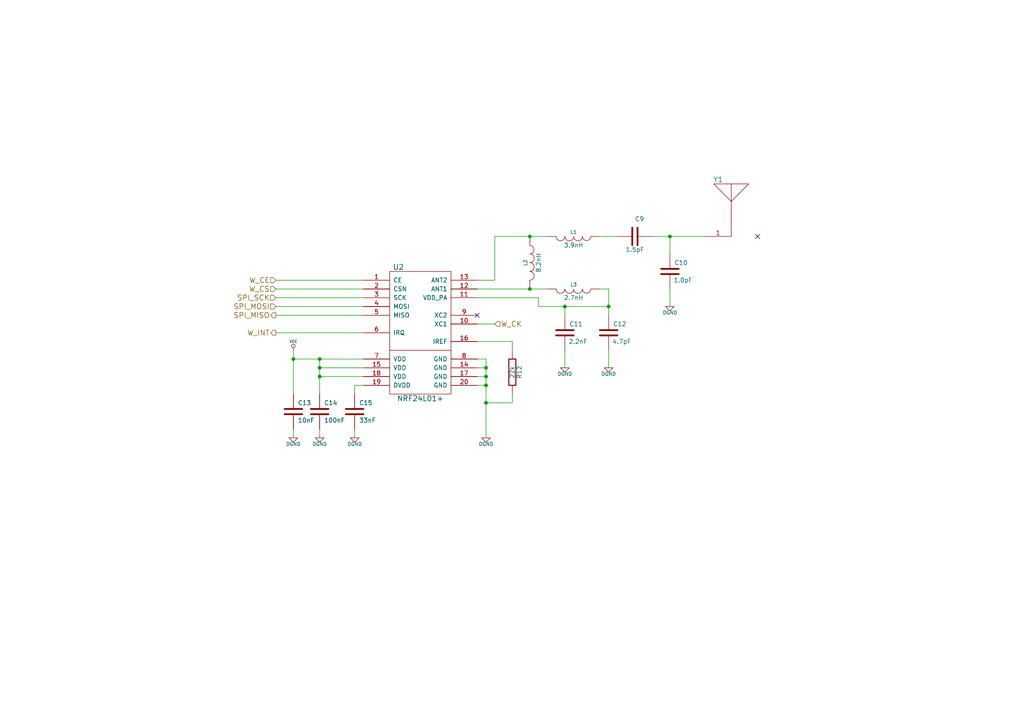
<source format=kicad_sch>
(kicad_sch (version 20211123) (generator eeschema)

  (uuid 7bea05d4-1dec-4cd6-aa53-302dde803254)

  (paper "A4")

  (title_block
    (title "Crazyflie control board")
    (date "3 feb 2013")
    (rev "F")
    (company "Bitcraze AB (CC BY-NC-SA)")
  )

  (lib_symbols
    (symbol "Crazyflie-contol-board-rescue:C" (pin_numbers hide) (pin_names (offset 0.254)) (in_bom yes) (on_board yes)
      (property "Reference" "C" (id 0) (at 1.27 2.54 0)
        (effects (font (size 1.27 1.27)) (justify left))
      )
      (property "Value" "C" (id 1) (at 1.27 -2.54 0)
        (effects (font (size 1.27 1.27)) (justify left))
      )
      (property "Footprint" "" (id 2) (at 0 0 0)
        (effects (font (size 1.27 1.27)) hide)
      )
      (property "Datasheet" "" (id 3) (at 0 0 0)
        (effects (font (size 1.27 1.27)) hide)
      )
      (property "ki_fp_filters" "SM* C? C1-1" (id 4) (at 0 0 0)
        (effects (font (size 1.27 1.27)) hide)
      )
      (symbol "C_0_1"
        (polyline
          (pts
            (xy -2.54 -0.762)
            (xy 2.54 -0.762)
          )
          (stroke (width 0.508) (type default) (color 0 0 0 0))
          (fill (type none))
        )
        (polyline
          (pts
            (xy -2.54 0.762)
            (xy 2.54 0.762)
          )
          (stroke (width 0.508) (type default) (color 0 0 0 0))
          (fill (type none))
        )
      )
      (symbol "C_1_1"
        (pin passive line (at 0 5.08 270) (length 4.318)
          (name "~" (effects (font (size 1.016 1.016))))
          (number "1" (effects (font (size 1.016 1.016))))
        )
        (pin passive line (at 0 -5.08 90) (length 4.318)
          (name "~" (effects (font (size 1.016 1.016))))
          (number "2" (effects (font (size 1.016 1.016))))
        )
      )
    )
    (symbol "Crazyflie-contol-board-rescue:CHIP_ANTENNA" (pin_names (offset 1.016)) (in_bom yes) (on_board yes)
      (property "Reference" "Y" (id 0) (at -3.81 19.05 0)
        (effects (font (size 1.524 1.524)))
      )
      (property "Value" "CHIP_ANTENNA" (id 1) (at 0 0 0)
        (effects (font (size 1.524 1.524)))
      )
      (property "Footprint" "" (id 2) (at 0 0 0)
        (effects (font (size 1.27 1.27)) hide)
      )
      (property "Datasheet" "" (id 3) (at 0 0 0)
        (effects (font (size 1.27 1.27)) hide)
      )
      (symbol "CHIP_ANTENNA_0_1"
        (polyline
          (pts
            (xy 0 2.54)
            (xy 0 12.7)
            (xy -5.08 17.78)
            (xy 5.08 17.78)
            (xy 0 12.7)
            (xy 0 17.78)
            (xy 0 17.78)
          )
          (stroke (width 0) (type default) (color 0 0 0 0))
          (fill (type none))
        )
      )
      (symbol "CHIP_ANTENNA_1_1"
        (pin bidirectional line (at -7.62 2.54 0) (length 7.62)
          (name "~" (effects (font (size 1.27 1.27))))
          (number "1" (effects (font (size 1.27 1.27))))
        )
        (pin input line (at 7.62 2.54 180) (length 7.62) hide
          (name "~" (effects (font (size 1.27 1.27))))
          (number "2" (effects (font (size 1.27 1.27))))
        )
      )
    )
    (symbol "Crazyflie-contol-board-rescue:DGND" (power) (pin_names (offset 1.016)) (in_bom yes) (on_board yes)
      (property "Reference" "#PWR" (id 0) (at 0 0 0)
        (effects (font (size 1.016 1.016)) hide)
      )
      (property "Value" "DGND" (id 1) (at 0 -1.778 0)
        (effects (font (size 1.016 1.016)))
      )
      (property "Footprint" "" (id 2) (at 0 0 0)
        (effects (font (size 1.27 1.27)) hide)
      )
      (property "Datasheet" "" (id 3) (at 0 0 0)
        (effects (font (size 1.27 1.27)) hide)
      )
      (symbol "DGND_0_1"
        (polyline
          (pts
            (xy -1.27 0)
            (xy 0 -1.27)
            (xy 1.27 0)
            (xy -1.27 0)
          )
          (stroke (width 0) (type default) (color 0 0 0 0))
          (fill (type none))
        )
      )
      (symbol "DGND_1_1"
        (pin power_in line (at 0 0 90) (length 0) hide
          (name "DGND" (effects (font (size 1.016 1.016))))
          (number "1" (effects (font (size 1.016 1.016))))
        )
      )
    )
    (symbol "Crazyflie-contol-board-rescue:INDUCTOR" (pin_numbers hide) (pin_names (offset 1.016) hide) (in_bom yes) (on_board yes)
      (property "Reference" "L" (id 0) (at -1.27 0 90)
        (effects (font (size 1.016 1.016)))
      )
      (property "Value" "INDUCTOR" (id 1) (at 2.54 0 90)
        (effects (font (size 1.016 1.016)))
      )
      (property "Footprint" "" (id 2) (at 0 0 0)
        (effects (font (size 1.27 1.27)) hide)
      )
      (property "Datasheet" "" (id 3) (at 0 0 0)
        (effects (font (size 1.27 1.27)) hide)
      )
      (symbol "INDUCTOR_0_1"
        (arc (start 0.0254 -5.0546) (mid 1.2449 -3.8097) (end 0.0254 -2.54)
          (stroke (width 0) (type default) (color 0 0 0 0))
          (fill (type none))
        )
        (arc (start 0.0254 -2.5146) (mid 1.2703 -1.2444) (end 0.0254 0.0508)
          (stroke (width 0) (type default) (color 0 0 0 0))
          (fill (type none))
        )
        (arc (start 0.0254 0.0254) (mid 1.2703 1.2956) (end 0.0254 2.5908)
          (stroke (width 0) (type default) (color 0 0 0 0))
          (fill (type none))
        )
        (arc (start 0.0254 2.5654) (mid 1.1941 3.7595) (end 0.0254 4.9784)
          (stroke (width 0) (type default) (color 0 0 0 0))
          (fill (type none))
        )
      )
      (symbol "INDUCTOR_1_1"
        (pin passive line (at 0 7.62 270) (length 2.54)
          (name "1" (effects (font (size 1.778 1.778))))
          (number "1" (effects (font (size 1.778 1.778))))
        )
        (pin passive line (at 0 -7.62 90) (length 2.54)
          (name "2" (effects (font (size 1.778 1.778))))
          (number "2" (effects (font (size 1.778 1.778))))
        )
      )
    )
    (symbol "Crazyflie-contol-board-rescue:NRF24L01+" (pin_names (offset 1.016)) (in_bom yes) (on_board yes)
      (property "Reference" "U" (id 0) (at -6.35 20.32 0)
        (effects (font (size 1.524 1.524)))
      )
      (property "Value" "NRF24L01+" (id 1) (at -1.27 -17.78 0)
        (effects (font (size 1.524 1.524)))
      )
      (property "Footprint" "" (id 2) (at 0 0 0)
        (effects (font (size 1.27 1.27)) hide)
      )
      (property "Datasheet" "" (id 3) (at 0 0 0)
        (effects (font (size 1.27 1.27)) hide)
      )
      (symbol "NRF24L01+_0_1"
        (rectangle (start -8.89 19.05) (end 8.89 -16.51)
          (stroke (width 0) (type default) (color 0 0 0 0))
          (fill (type none))
        )
        (polyline
          (pts
            (xy -8.89 -3.81)
            (xy 8.89 -3.81)
            (xy 8.89 -3.81)
          )
          (stroke (width 0) (type default) (color 0 0 0 0))
          (fill (type none))
        )
      )
      (symbol "NRF24L01+_1_1"
        (pin input line (at -16.51 16.51 0) (length 7.62)
          (name "CE" (effects (font (size 1.27 1.27))))
          (number "1" (effects (font (size 1.27 1.27))))
        )
        (pin input line (at 16.51 3.81 180) (length 7.62)
          (name "XC1" (effects (font (size 1.27 1.27))))
          (number "10" (effects (font (size 1.27 1.27))))
        )
        (pin output line (at 16.51 11.43 180) (length 7.62)
          (name "VDD_PA" (effects (font (size 1.27 1.27))))
          (number "11" (effects (font (size 1.27 1.27))))
        )
        (pin bidirectional line (at 16.51 13.97 180) (length 7.62)
          (name "ANT1" (effects (font (size 1.27 1.27))))
          (number "12" (effects (font (size 1.27 1.27))))
        )
        (pin bidirectional line (at 16.51 16.51 180) (length 7.62)
          (name "ANT2" (effects (font (size 1.27 1.27))))
          (number "13" (effects (font (size 1.27 1.27))))
        )
        (pin power_in line (at 16.51 -8.89 180) (length 7.62)
          (name "GND" (effects (font (size 1.27 1.27))))
          (number "14" (effects (font (size 1.27 1.27))))
        )
        (pin power_in line (at -16.51 -8.89 0) (length 7.62)
          (name "VDD" (effects (font (size 1.27 1.27))))
          (number "15" (effects (font (size 1.27 1.27))))
        )
        (pin output line (at 16.51 -1.27 180) (length 7.62)
          (name "IREF" (effects (font (size 1.27 1.27))))
          (number "16" (effects (font (size 1.27 1.27))))
        )
        (pin power_in line (at 16.51 -11.43 180) (length 7.62)
          (name "GND" (effects (font (size 1.27 1.27))))
          (number "17" (effects (font (size 1.27 1.27))))
        )
        (pin power_in line (at -16.51 -11.43 0) (length 7.62)
          (name "VDD" (effects (font (size 1.27 1.27))))
          (number "18" (effects (font (size 1.27 1.27))))
        )
        (pin passive line (at -16.51 -13.97 0) (length 7.62)
          (name "DVDD" (effects (font (size 1.27 1.27))))
          (number "19" (effects (font (size 1.27 1.27))))
        )
        (pin input line (at -16.51 13.97 0) (length 7.62)
          (name "CSN" (effects (font (size 1.27 1.27))))
          (number "2" (effects (font (size 1.27 1.27))))
        )
        (pin power_in line (at 16.51 -13.97 180) (length 7.62)
          (name "GND" (effects (font (size 1.27 1.27))))
          (number "20" (effects (font (size 1.27 1.27))))
        )
        (pin input line (at -16.51 11.43 0) (length 7.62)
          (name "SCK" (effects (font (size 1.27 1.27))))
          (number "3" (effects (font (size 1.27 1.27))))
        )
        (pin input line (at -16.51 8.89 0) (length 7.62)
          (name "MOSI" (effects (font (size 1.27 1.27))))
          (number "4" (effects (font (size 1.27 1.27))))
        )
        (pin output line (at -16.51 6.35 0) (length 7.62)
          (name "MISO" (effects (font (size 1.27 1.27))))
          (number "5" (effects (font (size 1.27 1.27))))
        )
        (pin output line (at -16.51 1.27 0) (length 7.62)
          (name "IRQ" (effects (font (size 1.27 1.27))))
          (number "6" (effects (font (size 1.27 1.27))))
        )
        (pin power_in line (at -16.51 -6.35 0) (length 7.62)
          (name "VDD" (effects (font (size 1.27 1.27))))
          (number "7" (effects (font (size 1.27 1.27))))
        )
        (pin power_in line (at 16.51 -6.35 180) (length 7.62)
          (name "GND" (effects (font (size 1.27 1.27))))
          (number "8" (effects (font (size 1.27 1.27))))
        )
        (pin input line (at 16.51 6.35 180) (length 7.62)
          (name "XC2" (effects (font (size 1.27 1.27))))
          (number "9" (effects (font (size 1.27 1.27))))
        )
      )
    )
    (symbol "Crazyflie-contol-board-rescue:R" (pin_numbers hide) (pin_names (offset 0)) (in_bom yes) (on_board yes)
      (property "Reference" "R" (id 0) (at 2.032 0 90)
        (effects (font (size 1.27 1.27)))
      )
      (property "Value" "R" (id 1) (at 0 0 90)
        (effects (font (size 1.27 1.27)))
      )
      (property "Footprint" "" (id 2) (at 0 0 0)
        (effects (font (size 1.27 1.27)) hide)
      )
      (property "Datasheet" "" (id 3) (at 0 0 0)
        (effects (font (size 1.27 1.27)) hide)
      )
      (property "ki_fp_filters" "R? SM0603 SM0805 R?-* SM1206" (id 4) (at 0 0 0)
        (effects (font (size 1.27 1.27)) hide)
      )
      (symbol "R_0_1"
        (rectangle (start -1.016 3.81) (end 1.016 -3.81)
          (stroke (width 0.3048) (type default) (color 0 0 0 0))
          (fill (type none))
        )
      )
      (symbol "R_1_1"
        (pin passive line (at 0 6.35 270) (length 2.54)
          (name "~" (effects (font (size 1.524 1.524))))
          (number "1" (effects (font (size 1.524 1.524))))
        )
        (pin passive line (at 0 -6.35 90) (length 2.54)
          (name "~" (effects (font (size 1.524 1.524))))
          (number "2" (effects (font (size 1.524 1.524))))
        )
      )
    )
    (symbol "Crazyflie-contol-board-rescue:VCC" (power) (pin_names (offset 0)) (in_bom yes) (on_board yes)
      (property "Reference" "#PWR" (id 0) (at 0 2.54 0)
        (effects (font (size 0.762 0.762)) hide)
      )
      (property "Value" "VCC" (id 1) (at 0 2.54 0)
        (effects (font (size 0.762 0.762)))
      )
      (property "Footprint" "" (id 2) (at 0 0 0)
        (effects (font (size 1.27 1.27)) hide)
      )
      (property "Datasheet" "" (id 3) (at 0 0 0)
        (effects (font (size 1.27 1.27)) hide)
      )
      (symbol "VCC_0_0"
        (pin power_in line (at 0 0 90) (length 0) hide
          (name "VCC" (effects (font (size 0.508 0.508))))
          (number "1" (effects (font (size 0.508 0.508))))
        )
      )
      (symbol "VCC_0_1"
        (polyline
          (pts
            (xy 0 0)
            (xy 0 0.762)
            (xy 0 0.762)
          )
          (stroke (width 0) (type default) (color 0 0 0 0))
          (fill (type none))
        )
        (circle (center 0 1.27) (radius 0.508)
          (stroke (width 0) (type default) (color 0 0 0 0))
          (fill (type none))
        )
      )
    )
  )

  (junction (at 194.31 68.58) (diameter 0) (color 0 0 0 0)
    (uuid 12fa3c3f-3d14-451a-a6a8-884fd1b32fa7)
  )
  (junction (at 140.97 116.84) (diameter 0) (color 0 0 0 0)
    (uuid 1317ff66-8ecf-46c9-9612-8d2eae03c537)
  )
  (junction (at 92.71 109.22) (diameter 0) (color 0 0 0 0)
    (uuid 29cbb0bc-f66b-4d11-80e7-5bb270e42496)
  )
  (junction (at 176.53 88.9) (diameter 0) (color 0 0 0 0)
    (uuid 3993c707-5291-41b6-83c0-d1c09cb3833a)
  )
  (junction (at 163.83 88.9) (diameter 0) (color 0 0 0 0)
    (uuid 3c22d605-7855-4cc6-8ad2-906cadbd02dc)
  )
  (junction (at 140.97 109.22) (diameter 0) (color 0 0 0 0)
    (uuid 63caf46e-0228-40de-b819-c6bd29dd1711)
  )
  (junction (at 92.71 104.14) (diameter 0) (color 0 0 0 0)
    (uuid 6a0919c2-460c-4229-b872-14e318e1ba8b)
  )
  (junction (at 153.67 68.58) (diameter 0) (color 0 0 0 0)
    (uuid 851f3d61-ba3b-4e6e-abd4-cafa4d9b64cb)
  )
  (junction (at 153.67 83.82) (diameter 0) (color 0 0 0 0)
    (uuid 9a8ad8bb-d9a9-4b2b-bc88-ea6fd2676d45)
  )
  (junction (at 140.97 111.76) (diameter 0) (color 0 0 0 0)
    (uuid a5362821-c161-4c7a-a00c-40e1d7472d56)
  )
  (junction (at 85.09 104.14) (diameter 0) (color 0 0 0 0)
    (uuid d18f2428-546f-4066-8ffb-7653303685db)
  )
  (junction (at 140.97 106.68) (diameter 0) (color 0 0 0 0)
    (uuid d8200a86-aa75-47a3-ad2a-7f4c9c999a6f)
  )
  (junction (at 92.71 106.68) (diameter 0) (color 0 0 0 0)
    (uuid e50c80c5-80c4-46a3-8c1e-c9c3a71a0934)
  )

  (no_connect (at 138.43 91.44) (uuid 0554bea0-89b2-4e25-9ea3-4c73921c94cb))
  (no_connect (at 219.71 68.58) (uuid 8d063f79-9282-4820-bcf4-1ff3c006cf08))

  (wire (pts (xy 105.41 111.76) (xy 102.87 111.76))
    (stroke (width 0) (type default) (color 0 0 0 0))
    (uuid 0ba17a9b-d889-426c-b4fe-048bed6b6be8)
  )
  (wire (pts (xy 105.41 83.82) (xy 80.01 83.82))
    (stroke (width 0) (type default) (color 0 0 0 0))
    (uuid 1755646e-fc08-4e43-a301-d9b3ea704cf6)
  )
  (wire (pts (xy 176.53 91.44) (xy 176.53 88.9))
    (stroke (width 0) (type default) (color 0 0 0 0))
    (uuid 17ff35b3-d658-499b-9a46-ea36063fed4e)
  )
  (wire (pts (xy 153.67 68.58) (xy 143.51 68.58))
    (stroke (width 0) (type default) (color 0 0 0 0))
    (uuid 1a22eb2d-f625-4371-a918-ff1b97dc8219)
  )
  (wire (pts (xy 138.43 111.76) (xy 140.97 111.76))
    (stroke (width 0) (type default) (color 0 0 0 0))
    (uuid 1cc5480b-56b7-4379-98e2-ccafc88911a7)
  )
  (wire (pts (xy 143.51 68.58) (xy 143.51 81.28))
    (stroke (width 0) (type default) (color 0 0 0 0))
    (uuid 22962957-1efd-404d-83db-5b233b6c15b0)
  )
  (wire (pts (xy 140.97 116.84) (xy 140.97 111.76))
    (stroke (width 0) (type default) (color 0 0 0 0))
    (uuid 25c663ff-96b6-4263-a06e-d1829409cf73)
  )
  (wire (pts (xy 105.41 96.52) (xy 80.01 96.52))
    (stroke (width 0) (type default) (color 0 0 0 0))
    (uuid 26bc8641-9bca-4204-9709-deedbe202a36)
  )
  (wire (pts (xy 163.83 91.44) (xy 163.83 88.9))
    (stroke (width 0) (type default) (color 0 0 0 0))
    (uuid 275b6416-db29-42cc-9307-bf426917c3b4)
  )
  (wire (pts (xy 163.83 88.9) (xy 176.53 88.9))
    (stroke (width 0) (type default) (color 0 0 0 0))
    (uuid 291935ec-f8ff-41f0-8717-e68b8af7b8c1)
  )
  (wire (pts (xy 176.53 88.9) (xy 176.53 83.82))
    (stroke (width 0) (type default) (color 0 0 0 0))
    (uuid 34ce7009-187e-4541-a14e-708b3a2903d9)
  )
  (wire (pts (xy 148.59 99.06) (xy 148.59 101.6))
    (stroke (width 0) (type default) (color 0 0 0 0))
    (uuid 355ced6c-c08a-4586-9a09-7a9c624536f6)
  )
  (wire (pts (xy 92.71 109.22) (xy 92.71 106.68))
    (stroke (width 0) (type default) (color 0 0 0 0))
    (uuid 35fb7c56-dc85-43f7-b954-81b8040a8500)
  )
  (wire (pts (xy 92.71 114.3) (xy 92.71 109.22))
    (stroke (width 0) (type default) (color 0 0 0 0))
    (uuid 3ed2c840-383d-4cbd-bc3b-c4ea4c97b333)
  )
  (wire (pts (xy 138.43 93.98) (xy 143.51 93.98))
    (stroke (width 0) (type default) (color 0 0 0 0))
    (uuid 4086cbd7-6ba7-4e63-8da9-17e60627ee17)
  )
  (wire (pts (xy 85.09 124.46) (xy 85.09 127))
    (stroke (width 0) (type default) (color 0 0 0 0))
    (uuid 465137b4-f6f7-4d51-9b40-b161947d5cc1)
  )
  (wire (pts (xy 92.71 104.14) (xy 85.09 104.14))
    (stroke (width 0) (type default) (color 0 0 0 0))
    (uuid 4e677390-a246-4ca0-954c-746e0870f88f)
  )
  (wire (pts (xy 140.97 109.22) (xy 140.97 106.68))
    (stroke (width 0) (type default) (color 0 0 0 0))
    (uuid 637e9edf-ffed-49a2-8408-fa110c9a4c79)
  )
  (wire (pts (xy 105.41 81.28) (xy 80.01 81.28))
    (stroke (width 0) (type default) (color 0 0 0 0))
    (uuid 653a86ba-a1ae-4175-9d4c-c788087956d0)
  )
  (wire (pts (xy 153.67 83.82) (xy 158.75 83.82))
    (stroke (width 0) (type default) (color 0 0 0 0))
    (uuid 6ff9bb63-d6fd-4e32-bb60-7ac65509c2e9)
  )
  (wire (pts (xy 105.41 106.68) (xy 92.71 106.68))
    (stroke (width 0) (type default) (color 0 0 0 0))
    (uuid 7233cb6b-d8fd-4fcd-9b4f-8b0ed19b1b12)
  )
  (wire (pts (xy 140.97 106.68) (xy 140.97 104.14))
    (stroke (width 0) (type default) (color 0 0 0 0))
    (uuid 73ee7e03-97a8-4121-b568-c25f3934a935)
  )
  (wire (pts (xy 102.87 111.76) (xy 102.87 114.3))
    (stroke (width 0) (type default) (color 0 0 0 0))
    (uuid 761c8e29-382a-475c-a37a-7201cc9cd0f5)
  )
  (wire (pts (xy 176.53 101.6) (xy 176.53 106.68))
    (stroke (width 0) (type default) (color 0 0 0 0))
    (uuid 78b44915-d68e-4488-a873-34767153ef98)
  )
  (wire (pts (xy 143.51 81.28) (xy 138.43 81.28))
    (stroke (width 0) (type default) (color 0 0 0 0))
    (uuid 88606262-3ac5-44a1-aacc-18b26cf4d396)
  )
  (wire (pts (xy 156.21 88.9) (xy 163.83 88.9))
    (stroke (width 0) (type default) (color 0 0 0 0))
    (uuid 89a3dae6-dcb5-435b-a383-656b6a19a316)
  )
  (wire (pts (xy 92.71 124.46) (xy 92.71 127))
    (stroke (width 0) (type default) (color 0 0 0 0))
    (uuid 8aff0f38-92a8-45ec-b106-b185e93ca3fd)
  )
  (wire (pts (xy 179.07 68.58) (xy 173.99 68.58))
    (stroke (width 0) (type default) (color 0 0 0 0))
    (uuid 8eb98c56-17e4-4de6-a3e3-06dcfa392040)
  )
  (wire (pts (xy 105.41 91.44) (xy 80.01 91.44))
    (stroke (width 0) (type default) (color 0 0 0 0))
    (uuid 91fc5800-6029-46b1-848d-ca0091f97267)
  )
  (wire (pts (xy 140.97 127) (xy 140.97 116.84))
    (stroke (width 0) (type default) (color 0 0 0 0))
    (uuid 94a10cae-6ef2-4b64-9d98-fb22aa3306cc)
  )
  (wire (pts (xy 140.97 109.22) (xy 138.43 109.22))
    (stroke (width 0) (type default) (color 0 0 0 0))
    (uuid a7fc0812-140f-4d96-9cd8-ead8c1c610b1)
  )
  (wire (pts (xy 156.21 86.36) (xy 156.21 88.9))
    (stroke (width 0) (type default) (color 0 0 0 0))
    (uuid a917c6d9-225d-4c90-bf25-fe8eff8abd3f)
  )
  (wire (pts (xy 92.71 106.68) (xy 92.71 104.14))
    (stroke (width 0) (type default) (color 0 0 0 0))
    (uuid b456cffc-d9d7-4c91-91f2-36ec9a65dd1b)
  )
  (wire (pts (xy 176.53 83.82) (xy 173.99 83.82))
    (stroke (width 0) (type default) (color 0 0 0 0))
    (uuid b54cae5b-c17c-4ed7-b249-2e7d5e83609a)
  )
  (wire (pts (xy 105.41 86.36) (xy 80.01 86.36))
    (stroke (width 0) (type default) (color 0 0 0 0))
    (uuid bb8162f0-99c8-4884-be5b-c0d0c7e81ff6)
  )
  (wire (pts (xy 163.83 101.6) (xy 163.83 106.68))
    (stroke (width 0) (type default) (color 0 0 0 0))
    (uuid bd085057-7c0e-463a-982b-968a2dc1f0f8)
  )
  (wire (pts (xy 138.43 106.68) (xy 140.97 106.68))
    (stroke (width 0) (type default) (color 0 0 0 0))
    (uuid c2dd13db-24b6-40f1-b75b-b9ab893d92ea)
  )
  (wire (pts (xy 138.43 99.06) (xy 148.59 99.06))
    (stroke (width 0) (type default) (color 0 0 0 0))
    (uuid c401e9c6-1deb-4979-99be-7c801c952098)
  )
  (wire (pts (xy 194.31 88.9) (xy 194.31 83.82))
    (stroke (width 0) (type default) (color 0 0 0 0))
    (uuid c66a19ed-90c0-4502-ae75-6a4c4ab9f297)
  )
  (wire (pts (xy 158.75 68.58) (xy 153.67 68.58))
    (stroke (width 0) (type default) (color 0 0 0 0))
    (uuid ca6e2466-a90a-4dab-be16-b070610e5087)
  )
  (wire (pts (xy 138.43 83.82) (xy 153.67 83.82))
    (stroke (width 0) (type default) (color 0 0 0 0))
    (uuid cd1cff81-9d8a-4511-96d6-4ddb79484001)
  )
  (wire (pts (xy 138.43 86.36) (xy 156.21 86.36))
    (stroke (width 0) (type default) (color 0 0 0 0))
    (uuid d13b0eae-4711-4325-a6bb-aa8e3646e86e)
  )
  (wire (pts (xy 105.41 109.22) (xy 92.71 109.22))
    (stroke (width 0) (type default) (color 0 0 0 0))
    (uuid d1c19c11-0a13-4237-b6b4-fb2ef1db7c6d)
  )
  (wire (pts (xy 102.87 127) (xy 102.87 124.46))
    (stroke (width 0) (type default) (color 0 0 0 0))
    (uuid d1cd5391-31d2-459f-8adb-4ae3f304a833)
  )
  (wire (pts (xy 194.31 68.58) (xy 189.23 68.58))
    (stroke (width 0) (type default) (color 0 0 0 0))
    (uuid d767f2ff-12ec-4778-96cb-3fdd7a473d60)
  )
  (wire (pts (xy 85.09 114.3) (xy 85.09 104.14))
    (stroke (width 0) (type default) (color 0 0 0 0))
    (uuid d95c6650-fcd9-4184-97fe-fde43ea5c0cd)
  )
  (wire (pts (xy 105.41 104.14) (xy 92.71 104.14))
    (stroke (width 0) (type default) (color 0 0 0 0))
    (uuid df83f395-2d18-47e2-a370-952ca41c2b3a)
  )
  (wire (pts (xy 140.97 111.76) (xy 140.97 109.22))
    (stroke (width 0) (type default) (color 0 0 0 0))
    (uuid dfcef016-1bf5-4158-8a79-72d38a522877)
  )
  (wire (pts (xy 194.31 73.66) (xy 194.31 68.58))
    (stroke (width 0) (type default) (color 0 0 0 0))
    (uuid e76ec524-408a-4daa-89f6-0edfdbcfb621)
  )
  (wire (pts (xy 140.97 116.84) (xy 148.59 116.84))
    (stroke (width 0) (type default) (color 0 0 0 0))
    (uuid ef4533db-6ea4-4b68-b436-8e9575be570d)
  )
  (wire (pts (xy 140.97 104.14) (xy 138.43 104.14))
    (stroke (width 0) (type default) (color 0 0 0 0))
    (uuid f33ec0db-ef0f-4576-8054-2833161a8f30)
  )
  (wire (pts (xy 204.47 68.58) (xy 194.31 68.58))
    (stroke (width 0) (type default) (color 0 0 0 0))
    (uuid f4a1ab68-998b-43e3-aa33-40b58210bc99)
  )
  (wire (pts (xy 148.59 116.84) (xy 148.59 114.3))
    (stroke (width 0) (type default) (color 0 0 0 0))
    (uuid f5dba25f-5f9b-4770-84f9-c038fb119360)
  )
  (wire (pts (xy 85.09 104.14) (xy 85.09 101.6))
    (stroke (width 0) (type default) (color 0 0 0 0))
    (uuid f674b8e7-203d-419e-988a-58e0f9ae4fad)
  )
  (wire (pts (xy 105.41 88.9) (xy 80.01 88.9))
    (stroke (width 0) (type default) (color 0 0 0 0))
    (uuid fd5f7d77-0f73-4021-88a8-0641f0fe8d98)
  )

  (hierarchical_label "W_INT" (shape output) (at 80.01 96.52 180)
    (effects (font (size 1.524 1.524)) (justify right))
    (uuid 4cfd9a02-97ef-4af4-a6b8-db9be1a8fda5)
  )
  (hierarchical_label "W_CE" (shape input) (at 80.01 81.28 180)
    (effects (font (size 1.524 1.524)) (justify right))
    (uuid 749d9ed0-2ff2-4b55-abc5-f7231ec3aa28)
  )
  (hierarchical_label "W_CK" (shape input) (at 143.51 93.98 0)
    (effects (font (size 1.524 1.524)) (justify left))
    (uuid 751d823e-1d7b-4501-9658-d06d459b0e16)
  )
  (hierarchical_label "SPI_SCK" (shape input) (at 80.01 86.36 180)
    (effects (font (size 1.524 1.524)) (justify right))
    (uuid 8a8c373f-9bc3-4cf7-8f41-4802da916698)
  )
  (hierarchical_label "SPI_MOSI" (shape input) (at 80.01 88.9 180)
    (effects (font (size 1.524 1.524)) (justify right))
    (uuid 92761c09-a591-4c8e-af4d-e0e2262cb01d)
  )
  (hierarchical_label "SPI_MISO" (shape output) (at 80.01 91.44 180)
    (effects (font (size 1.524 1.524)) (justify right))
    (uuid aadc3df5-0e2d-4f3d-b72e-6f184da74c89)
  )
  (hierarchical_label "W_CS" (shape input) (at 80.01 83.82 180)
    (effects (font (size 1.524 1.524)) (justify right))
    (uuid fc2e9f96-3bed-4896-b995-f56e799f1c77)
  )

  (symbol (lib_id "Crazyflie-contol-board-rescue:NRF24L01+") (at 121.92 97.79 0) (unit 1)
    (in_bom yes) (on_board yes)
    (uuid 00000000-0000-0000-0000-00004defb910)
    (property "Reference" "U2" (id 0) (at 115.57 77.47 0)
      (effects (font (size 1.524 1.524)))
    )
    (property "Value" "NRF24L01+" (id 1) (at 121.92 115.57 0)
      (effects (font (size 1.524 1.524)))
    )
    (property "Footprint" "QFN20-4x4mm" (id 2) (at 121.92 97.79 0)
      (effects (font (size 1.524 1.524)) hide)
    )
    (property "Datasheet" "" (id 3) (at 121.92 97.79 0)
      (effects (font (size 1.27 1.27)) hide)
    )
    (property "Field4" "Nordic Semi" (id 4) (at 121.92 97.79 0)
      (effects (font (size 1.524 1.524)) hide)
    )
    (property "Field5" "nRF24L01P" (id 5) (at 121.92 97.79 0)
      (effects (font (size 1.524 1.524)) hide)
    )
    (pin "1" (uuid f23aaf25-de61-4f0e-9770-0b4e07746fe6))
    (pin "10" (uuid 75ada5c7-eed3-466b-a900-bb7cf3da6f9e))
    (pin "11" (uuid bcad968c-ae8b-4b0c-9fcd-d2e0cc6f448c))
    (pin "12" (uuid 56a200fd-1c90-48ad-bf2a-e7048d300d28))
    (pin "13" (uuid c15af059-8b9d-458f-a49d-de88857a3451))
    (pin "14" (uuid 21fc70bf-38cb-4f64-80c8-52f8fb5c596f))
    (pin "15" (uuid c4e5f4b1-3784-4173-92ec-f445bea03d2c))
    (pin "16" (uuid f4c67df3-763c-4141-be1b-5de814d62315))
    (pin "17" (uuid ccc51975-f79d-42b1-9218-b1bb4e005f58))
    (pin "18" (uuid 38d2e88e-817b-499b-a8dc-6ffe82e53baa))
    (pin "19" (uuid d12fa963-6d6a-4144-97fd-b5e112c10b91))
    (pin "2" (uuid 6050ade4-d8f2-4a7b-93e2-d062e93e9edb))
    (pin "20" (uuid 6ac440ba-4881-4f79-8968-a3e9f9fd1b3e))
    (pin "3" (uuid 22df74e7-4d34-42bf-850f-da14c7fd1281))
    (pin "4" (uuid 83128908-7808-4723-b26c-8992131a5841))
    (pin "5" (uuid e7d76002-13e3-46e0-a8a6-c532d4210de7))
    (pin "6" (uuid 284b4b05-f802-48af-884a-d2ca721ae34d))
    (pin "7" (uuid 5e32da30-1a3e-4135-adaf-bbf389b0c3fc))
    (pin "8" (uuid a58c2dc5-d0b2-4b7a-84f6-0ad19b70b65a))
    (pin "9" (uuid b29e116d-0c94-4f3d-a318-db4c1054931b))
  )

  (symbol (lib_id "Crazyflie-contol-board-rescue:R") (at 148.59 107.95 0) (unit 1)
    (in_bom yes) (on_board yes)
    (uuid 00000000-0000-0000-0000-00004defb926)
    (property "Reference" "R12" (id 0) (at 150.622 107.95 90))
    (property "Value" "22k" (id 1) (at 148.59 107.95 90))
    (property "Footprint" "SM0603" (id 2) (at 148.59 107.95 0)
      (effects (font (size 1.524 1.524)) hide)
    )
    (property "Datasheet" "" (id 3) (at 148.59 107.95 0)
      (effects (font (size 1.27 1.27)) hide)
    )
    (property "Field4" "General" (id 4) (at 148.59 107.95 90)
      (effects (font (size 1.524 1.524)) hide)
    )
    (property "Field5" "+/-1%, 0.125W, 25V" (id 5) (at 148.59 107.95 90)
      (effects (font (size 1.524 1.524)) hide)
    )
    (pin "1" (uuid bb30a1ab-4552-453e-850d-50bc465e6071))
    (pin "2" (uuid 721eced1-7601-448b-b032-57ae840a5bc6))
  )

  (symbol (lib_id "Crazyflie-contol-board-rescue:DGND") (at 140.97 127 0) (unit 1)
    (in_bom yes) (on_board yes)
    (uuid 00000000-0000-0000-0000-00004defba07)
    (property "Reference" "#PWR050" (id 0) (at 140.97 127 0)
      (effects (font (size 1.016 1.016)) hide)
    )
    (property "Value" "DGND" (id 1) (at 140.97 127 0)
      (effects (font (size 1.524 1.524)) hide)
    )
    (property "Footprint" "" (id 2) (at 140.97 127 0)
      (effects (font (size 1.27 1.27)) hide)
    )
    (property "Datasheet" "" (id 3) (at 140.97 127 0)
      (effects (font (size 1.27 1.27)) hide)
    )
    (property "Value" "DGND" (id 4) (at 140.97 128.778 0)
      (effects (font (size 1.016 1.016)))
    )
    (pin "1" (uuid 50e6b88c-1bd3-4928-86fd-758de4de04a3))
  )

  (symbol (lib_id "Crazyflie-contol-board-rescue:DGND") (at 102.87 127 0) (unit 1)
    (in_bom yes) (on_board yes)
    (uuid 00000000-0000-0000-0000-00004defba0d)
    (property "Reference" "#PWR049" (id 0) (at 102.87 127 0)
      (effects (font (size 1.016 1.016)) hide)
    )
    (property "Value" "DGND" (id 1) (at 102.87 127 0)
      (effects (font (size 1.524 1.524)) hide)
    )
    (property "Footprint" "" (id 2) (at 102.87 127 0)
      (effects (font (size 1.27 1.27)) hide)
    )
    (property "Datasheet" "" (id 3) (at 102.87 127 0)
      (effects (font (size 1.27 1.27)) hide)
    )
    (property "Value" "DGND" (id 4) (at 102.87 128.778 0)
      (effects (font (size 1.016 1.016)))
    )
    (pin "1" (uuid a8cefac6-64e1-41d0-bc58-04e647fd0fde))
  )

  (symbol (lib_id "Crazyflie-contol-board-rescue:DGND") (at 92.71 127 0) (unit 1)
    (in_bom yes) (on_board yes)
    (uuid 00000000-0000-0000-0000-00004defba10)
    (property "Reference" "#PWR048" (id 0) (at 92.71 127 0)
      (effects (font (size 1.016 1.016)) hide)
    )
    (property "Value" "DGND" (id 1) (at 92.71 127 0)
      (effects (font (size 1.524 1.524)) hide)
    )
    (property "Footprint" "" (id 2) (at 92.71 127 0)
      (effects (font (size 1.27 1.27)) hide)
    )
    (property "Datasheet" "" (id 3) (at 92.71 127 0)
      (effects (font (size 1.27 1.27)) hide)
    )
    (property "Value" "DGND" (id 4) (at 92.71 128.778 0)
      (effects (font (size 1.016 1.016)))
    )
    (pin "1" (uuid a7be9e53-3c65-4638-b824-3d5371aceb9f))
  )

  (symbol (lib_id "Crazyflie-contol-board-rescue:DGND") (at 85.09 127 0) (unit 1)
    (in_bom yes) (on_board yes)
    (uuid 00000000-0000-0000-0000-00004defba12)
    (property "Reference" "#PWR047" (id 0) (at 85.09 127 0)
      (effects (font (size 1.016 1.016)) hide)
    )
    (property "Value" "DGND" (id 1) (at 85.09 127 0)
      (effects (font (size 1.524 1.524)) hide)
    )
    (property "Footprint" "" (id 2) (at 85.09 127 0)
      (effects (font (size 1.27 1.27)) hide)
    )
    (property "Datasheet" "" (id 3) (at 85.09 127 0)
      (effects (font (size 1.27 1.27)) hide)
    )
    (property "Value" "DGND" (id 4) (at 85.09 128.778 0)
      (effects (font (size 1.016 1.016)))
    )
    (pin "1" (uuid eec00f97-9726-4990-8aef-95005e7267d9))
  )

  (symbol (lib_id "Crazyflie-contol-board-rescue:INDUCTOR") (at 153.67 76.2 0) (unit 1)
    (in_bom yes) (on_board yes)
    (uuid 00000000-0000-0000-0000-00004defba89)
    (property "Reference" "L2" (id 0) (at 152.4 76.2 90)
      (effects (font (size 1.016 1.016)))
    )
    (property "Value" "8.2nH" (id 1) (at 156.21 76.2 90))
    (property "Footprint" "SM0603_Capa" (id 2) (at 153.67 76.2 0)
      (effects (font (size 1.524 1.524)) hide)
    )
    (property "Datasheet" "" (id 3) (at 153.67 76.2 0)
      (effects (font (size 1.27 1.27)) hide)
    )
    (property "Field4" "General" (id 4) (at 153.67 76.2 90)
      (effects (font (size 1.524 1.524)) hide)
    )
    (property "Field5" "+/-5%" (id 5) (at 153.67 76.2 90)
      (effects (font (size 1.524 1.524)) hide)
    )
    (pin "1" (uuid ca221485-8dbb-436e-8b3e-94c2d532aee3))
    (pin "2" (uuid f7a980e1-d757-405b-965e-cb3c9b1ceca1))
  )

  (symbol (lib_id "Crazyflie-contol-board-rescue:INDUCTOR") (at 166.37 68.58 270) (unit 1)
    (in_bom yes) (on_board yes)
    (uuid 00000000-0000-0000-0000-00004defbaaa)
    (property "Reference" "L1" (id 0) (at 166.37 67.31 90)
      (effects (font (size 1.016 1.016)))
    )
    (property "Value" "3.9nH" (id 1) (at 166.37 71.12 90))
    (property "Footprint" "SM0603_Capa" (id 2) (at 166.37 68.58 0)
      (effects (font (size 1.524 1.524)) hide)
    )
    (property "Datasheet" "" (id 3) (at 166.37 68.58 0)
      (effects (font (size 1.27 1.27)) hide)
    )
    (property "Field4" "General" (id 4) (at 166.37 68.58 90)
      (effects (font (size 1.524 1.524)) hide)
    )
    (property "Field5" "+/-5%" (id 5) (at 166.37 68.58 90)
      (effects (font (size 1.524 1.524)) hide)
    )
    (pin "1" (uuid cf646d51-a95b-4acb-92eb-03438484ca3f))
    (pin "2" (uuid f6fee84b-bfc5-4648-8e13-9d6d04247a23))
  )

  (symbol (lib_id "Crazyflie-contol-board-rescue:C") (at 184.15 68.58 270) (unit 1)
    (in_bom yes) (on_board yes)
    (uuid 00000000-0000-0000-0000-00004defbab2)
    (property "Reference" "C9" (id 0) (at 184.15 63.5 90)
      (effects (font (size 1.27 1.27)) (justify left))
    )
    (property "Value" "1.5pF" (id 1) (at 184.15 72.39 90))
    (property "Footprint" "SM0603_Capa" (id 2) (at 184.15 68.58 0)
      (effects (font (size 1.524 1.524)) hide)
    )
    (property "Datasheet" "" (id 3) (at 184.15 68.58 0)
      (effects (font (size 1.27 1.27)) hide)
    )
    (property "Field4" "General" (id 4) (at 184.15 68.58 90)
      (effects (font (size 1.524 1.524)) hide)
    )
    (property "Field5" "NPO, +/- 0.1pF" (id 5) (at 184.15 68.58 90)
      (effects (font (size 1.524 1.524)) hide)
    )
    (pin "1" (uuid 0d33a0a3-6701-41b8-8040-7340c4d8cd33))
    (pin "2" (uuid b2837d6b-6cc1-45c4-aa75-fd2bb220208e))
  )

  (symbol (lib_id "Crazyflie-contol-board-rescue:C") (at 194.31 78.74 0) (unit 1)
    (in_bom yes) (on_board yes)
    (uuid 00000000-0000-0000-0000-00004defbac5)
    (property "Reference" "C10" (id 0) (at 195.58 76.2 0)
      (effects (font (size 1.27 1.27)) (justify left))
    )
    (property "Value" "1.0pF" (id 1) (at 198.12 81.28 0))
    (property "Footprint" "SM0603_Capa" (id 2) (at 194.31 78.74 0)
      (effects (font (size 1.524 1.524)) hide)
    )
    (property "Datasheet" "" (id 3) (at 194.31 78.74 0)
      (effects (font (size 1.27 1.27)) hide)
    )
    (property "Field4" "General" (id 4) (at 194.31 78.74 0)
      (effects (font (size 1.524 1.524)) hide)
    )
    (property "Field5" "NPO, +/- 0.1pF" (id 5) (at 194.31 78.74 0)
      (effects (font (size 1.524 1.524)) hide)
    )
    (pin "1" (uuid 86ed86f4-0151-45c5-905f-b4a048144531))
    (pin "2" (uuid 77a2b2d1-2483-4c81-b108-6030d548a09e))
  )

  (symbol (lib_id "Crazyflie-contol-board-rescue:INDUCTOR") (at 166.37 83.82 270) (unit 1)
    (in_bom yes) (on_board yes)
    (uuid 00000000-0000-0000-0000-00004defbad0)
    (property "Reference" "L3" (id 0) (at 166.37 82.55 90)
      (effects (font (size 1.016 1.016)))
    )
    (property "Value" "2.7nH" (id 1) (at 166.37 86.36 90))
    (property "Footprint" "SM0603_Capa" (id 2) (at 166.37 83.82 0)
      (effects (font (size 1.524 1.524)) hide)
    )
    (property "Datasheet" "" (id 3) (at 166.37 83.82 0)
      (effects (font (size 1.27 1.27)) hide)
    )
    (property "Field4" "General" (id 4) (at 166.37 83.82 90)
      (effects (font (size 1.524 1.524)) hide)
    )
    (property "Field5" "+/-5%" (id 5) (at 166.37 83.82 90)
      (effects (font (size 1.524 1.524)) hide)
    )
    (pin "1" (uuid f7925461-00b9-45fa-8499-f4088f9215ce))
    (pin "2" (uuid da49333a-2ae3-46a7-85b7-29e867a658b0))
  )

  (symbol (lib_id "Crazyflie-contol-board-rescue:C") (at 163.83 96.52 0) (unit 1)
    (in_bom yes) (on_board yes)
    (uuid 00000000-0000-0000-0000-00004defbb00)
    (property "Reference" "C11" (id 0) (at 165.1 93.98 0)
      (effects (font (size 1.27 1.27)) (justify left))
    )
    (property "Value" "2.2nF" (id 1) (at 167.64 99.06 0))
    (property "Footprint" "SM0603_Capa" (id 2) (at 163.83 96.52 0)
      (effects (font (size 1.524 1.524)) hide)
    )
    (property "Datasheet" "" (id 3) (at 163.83 96.52 0)
      (effects (font (size 1.27 1.27)) hide)
    )
    (property "Field4" "General" (id 4) (at 163.83 96.52 0)
      (effects (font (size 1.524 1.524)) hide)
    )
    (property "Field5" "X7R, +/- 10%" (id 5) (at 163.83 96.52 0)
      (effects (font (size 1.524 1.524)) hide)
    )
    (pin "1" (uuid dbc0323b-700b-465c-8416-a9e9aea1c906))
    (pin "2" (uuid 1d7026ad-e7ce-455a-bbec-9db9975b9151))
  )

  (symbol (lib_id "Crazyflie-contol-board-rescue:C") (at 176.53 96.52 0) (unit 1)
    (in_bom yes) (on_board yes)
    (uuid 00000000-0000-0000-0000-00004defbb02)
    (property "Reference" "C12" (id 0) (at 177.8 93.98 0)
      (effects (font (size 1.27 1.27)) (justify left))
    )
    (property "Value" "4.7pF" (id 1) (at 180.34 99.06 0))
    (property "Footprint" "SM0603_Capa" (id 2) (at 176.53 96.52 0)
      (effects (font (size 1.524 1.524)) hide)
    )
    (property "Datasheet" "" (id 3) (at 176.53 96.52 0)
      (effects (font (size 1.27 1.27)) hide)
    )
    (property "Field4" "General Inductor" (id 4) (at 176.53 96.52 0)
      (effects (font (size 1.524 1.524)) hide)
    )
    (property "Field5" "NPO, +/- 0.25pF" (id 5) (at 176.53 96.52 0)
      (effects (font (size 1.524 1.524)) hide)
    )
    (pin "1" (uuid 283f6910-e54a-4bc1-a20d-86715c3ab323))
    (pin "2" (uuid 1838018b-76e2-46c4-810f-488a77452c50))
  )

  (symbol (lib_id "Crazyflie-contol-board-rescue:DGND") (at 163.83 106.68 0) (unit 1)
    (in_bom yes) (on_board yes)
    (uuid 00000000-0000-0000-0000-00004defbb15)
    (property "Reference" "#PWR046" (id 0) (at 163.83 106.68 0)
      (effects (font (size 1.016 1.016)) hide)
    )
    (property "Value" "DGND" (id 1) (at 163.83 106.68 0)
      (effects (font (size 1.524 1.524)) hide)
    )
    (property "Footprint" "" (id 2) (at 163.83 106.68 0)
      (effects (font (size 1.27 1.27)) hide)
    )
    (property "Datasheet" "" (id 3) (at 163.83 106.68 0)
      (effects (font (size 1.27 1.27)) hide)
    )
    (property "Value" "DGND" (id 4) (at 163.83 108.458 0)
      (effects (font (size 1.016 1.016)))
    )
    (pin "1" (uuid 75f01a69-5b72-43de-ae85-3f0e1d096e8d))
  )

  (symbol (lib_id "Crazyflie-contol-board-rescue:DGND") (at 176.53 106.68 0) (unit 1)
    (in_bom yes) (on_board yes)
    (uuid 00000000-0000-0000-0000-00004defbb17)
    (property "Reference" "#PWR045" (id 0) (at 176.53 106.68 0)
      (effects (font (size 1.016 1.016)) hide)
    )
    (property "Value" "DGND" (id 1) (at 176.53 106.68 0)
      (effects (font (size 1.524 1.524)) hide)
    )
    (property "Footprint" "" (id 2) (at 176.53 106.68 0)
      (effects (font (size 1.27 1.27)) hide)
    )
    (property "Datasheet" "" (id 3) (at 176.53 106.68 0)
      (effects (font (size 1.27 1.27)) hide)
    )
    (property "Value" "DGND" (id 4) (at 176.53 108.458 0)
      (effects (font (size 1.016 1.016)))
    )
    (pin "1" (uuid bc96b171-0e5f-4f36-b582-eb709cbba257))
  )

  (symbol (lib_id "Crazyflie-contol-board-rescue:DGND") (at 194.31 88.9 0) (unit 1)
    (in_bom yes) (on_board yes)
    (uuid 00000000-0000-0000-0000-00004defbb1e)
    (property "Reference" "#PWR044" (id 0) (at 194.31 88.9 0)
      (effects (font (size 1.016 1.016)) hide)
    )
    (property "Value" "DGND" (id 1) (at 194.31 88.9 0)
      (effects (font (size 1.524 1.524)) hide)
    )
    (property "Footprint" "" (id 2) (at 194.31 88.9 0)
      (effects (font (size 1.27 1.27)) hide)
    )
    (property "Datasheet" "" (id 3) (at 194.31 88.9 0)
      (effects (font (size 1.27 1.27)) hide)
    )
    (property "Value" "DGND" (id 4) (at 194.31 90.678 0)
      (effects (font (size 1.016 1.016)))
    )
    (pin "1" (uuid 9a1807dc-d64a-4457-9c2b-93b6612c3b2e))
  )

  (symbol (lib_id "Crazyflie-contol-board-rescue:CHIP_ANTENNA") (at 212.09 71.12 0) (unit 1)
    (in_bom yes) (on_board yes)
    (uuid 00000000-0000-0000-0000-00004defbb56)
    (property "Reference" "Y1" (id 0) (at 208.28 52.07 0)
      (effects (font (size 1.524 1.524)))
    )
    (property "Value" "CHIP_ANTENNA" (id 1) (at 212.09 71.12 0)
      (effects (font (size 1.524 1.524)) hide)
    )
    (property "Footprint" "CHIP-ANT-6.5x2.2" (id 2) (at 212.09 71.12 0)
      (effects (font (size 1.524 1.524)) hide)
    )
    (property "Datasheet" "" (id 3) (at 212.09 71.12 0)
      (effects (font (size 1.27 1.27)) hide)
    )
    (property "Field4" "Linx Technologies" (id 4) (at 212.09 71.12 0)
      (effects (font (size 1.524 1.524)) hide)
    )
    (property "Field5" "ANT-2.45-CHP" (id 5) (at 212.09 71.12 0)
      (effects (font (size 1.524 1.524)) hide)
    )
    (pin "1" (uuid 95ef5708-8f43-434f-b139-406a942bfd2d))
    (pin "2" (uuid 52113c98-6292-463e-b72c-6132239a046a))
  )

  (symbol (lib_id "Crazyflie-contol-board-rescue:VCC") (at 85.09 101.6 0) (unit 1)
    (in_bom yes) (on_board yes)
    (uuid 00000000-0000-0000-0000-00004defbf3d)
    (property "Reference" "#PWR043" (id 0) (at 85.09 99.06 0)
      (effects (font (size 0.762 0.762)) hide)
    )
    (property "Value" "VCC" (id 1) (at 85.09 101.6 0)
      (effects (font (size 1.524 1.524)) hide)
    )
    (property "Footprint" "" (id 2) (at 85.09 101.6 0)
      (effects (font (size 1.27 1.27)) hide)
    )
    (property "Datasheet" "" (id 3) (at 85.09 101.6 0)
      (effects (font (size 1.27 1.27)) hide)
    )
    (property "Value" "VCC" (id 4) (at 85.09 99.06 0)
      (effects (font (size 0.762 0.762)))
    )
    (pin "1" (uuid 4ee7e00d-7ebf-4975-bd69-7b422f82b3e0))
  )

  (symbol (lib_id "Crazyflie-contol-board-rescue:C") (at 85.09 119.38 0) (unit 1)
    (in_bom yes) (on_board yes)
    (uuid 00000000-0000-0000-0000-00004df7a3fd)
    (property "Reference" "C13" (id 0) (at 86.36 116.84 0)
      (effects (font (size 1.27 1.27)) (justify left))
    )
    (property "Value" "10nF" (id 1) (at 86.36 121.92 0)
      (effects (font (size 1.27 1.27)) (justify left))
    )
    (property "Footprint" "SM0603_Capa" (id 2) (at 85.09 119.38 0)
      (effects (font (size 1.524 1.524)) hide)
    )
    (property "Datasheet" "" (id 3) (at 85.09 119.38 0)
      (effects (font (size 1.27 1.27)) hide)
    )
    (pin "1" (uuid 93ebecb5-a9cc-4d2c-95d6-f1997abc5a8e))
    (pin "2" (uuid 5e707534-c918-46f7-a5cb-689e5a18b5bb))
  )

  (symbol (lib_id "Crazyflie-contol-board-rescue:C") (at 92.71 119.38 0) (unit 1)
    (in_bom yes) (on_board yes)
    (uuid 00000000-0000-0000-0000-00004df7a402)
    (property "Reference" "C14" (id 0) (at 93.98 116.84 0)
      (effects (font (size 1.27 1.27)) (justify left))
    )
    (property "Value" "100nF" (id 1) (at 93.98 121.92 0)
      (effects (font (size 1.27 1.27)) (justify left))
    )
    (property "Footprint" "SM0603_Capa" (id 2) (at 92.71 119.38 0)
      (effects (font (size 1.524 1.524)) hide)
    )
    (property "Datasheet" "" (id 3) (at 92.71 119.38 0)
      (effects (font (size 1.27 1.27)) hide)
    )
    (pin "1" (uuid bb5999d5-f86c-445a-9ff9-2a1b539dc199))
    (pin "2" (uuid 8f03ae41-61bd-4463-bc12-db0dde34447c))
  )

  (symbol (lib_id "Crazyflie-contol-board-rescue:C") (at 102.87 119.38 0) (unit 1)
    (in_bom yes) (on_board yes)
    (uuid 00000000-0000-0000-0000-00004df7a406)
    (property "Reference" "C15" (id 0) (at 104.14 116.84 0)
      (effects (font (size 1.27 1.27)) (justify left))
    )
    (property "Value" "33nF" (id 1) (at 104.14 121.92 0)
      (effects (font (size 1.27 1.27)) (justify left))
    )
    (property "Footprint" "SM0603_Capa" (id 2) (at 102.87 119.38 0)
      (effects (font (size 1.524 1.524)) hide)
    )
    (property "Datasheet" "" (id 3) (at 102.87 119.38 0)
      (effects (font (size 1.27 1.27)) hide)
    )
    (property "Field4" "General" (id 4) (at 102.87 119.38 0)
      (effects (font (size 1.524 1.524)) hide)
    )
    (property "Field5" "X7R, +/-10%, 6.3V" (id 5) (at 102.87 119.38 0)
      (effects (font (size 1.524 1.524)) hide)
    )
    (pin "1" (uuid 06cccf2c-d0d0-41ad-bc61-a0c3e7cbae93))
    (pin "2" (uuid 51ce9675-eb70-4a97-98fd-269bf17eea73))
  )
)

</source>
